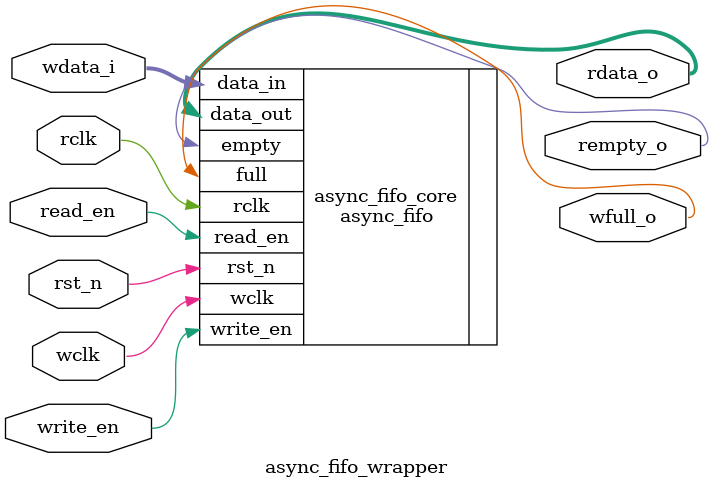
<source format=v>

module async_fifo_wrapper #(parameter DATA_LEN = 32,
                            parameter ADDR_LEN = 8) 
    (
    input                   wclk, rclk, rst_n, write_en, read_en,
    input  [DATA_LEN-1 : 0] wdata_i,

    output [DATA_LEN-1 : 0] rdata_o,
    output                  rempty_o ,wfull_o);


    async_fifo #(DATA_LEN, ADDR_LEN) 
        async_fifo_core(   
            .wclk(wclk), .rclk(rclk), .rst_n(rst_n), .write_en(write_en), .read_en(read_en),
            .data_in(wdata_i),

            .data_out(rdata_o),
            .empty(rempty_o), .full(wfull_o)
            );


    // /////////////////////////////////////////////////////////////////
    // // Using 7 series FPGAs PLL primitive for clock gen.
    // // CLKOUT0 = Fclkin * (CLKFBOUT_MULT / CLKOUT0_DIVIDE)
    // wire clkfbw, clkfbr;
    // // clk for write domain = 85MHz = 100*(17/20)
    // PLLE2_BASE
    //  #(.BANDWIDTH("OPTIMIZED"),
    //    .CLKFBOUT_MULT(17),
    //    .CLKIN1_PERIOD(10.0), //100MHz
    //    .CLKOUT0_DIVIDE(20),
    //    .DIVCLK_DIVIDE(1),
    //    .STARTUP_WAIT("FALSE"))
    // wclk_gen
    //  (.CLKOUT0(wclk),
    //   .CLKOUT1(),
    //   .CLKOUT2(),
    //   .CLKOUT3(),
    //   .CLKOUT4(),
    //   .CLKOUT5(),
    //   .CLKFBOUT(clkfbw),
    //   .LOCKED(),
    //   .CLKIN1(clk),
    //   .PWRDWN(1'b0),
    //   .RST(1'b0),
    //   .CLKFBIN(clkfbw));
    // // clk for read domain = 76MHz
    // PLLE2_BASE
    //  #(.BANDWIDTH("OPTIMIZED"),
    //    .CLKFBOUT_MULT(12),
    //    .CLKIN1_PERIOD(10.0), //100MHz
    //    .CLKOUT0_DIVIDE(20),
    //    .DIVCLK_DIVIDE(1),
    //    .STARTUP_WAIT("FALSE"))
    // rclk_gen
    //  (.CLKOUT0(rclk),
    //   .CLKOUT1(),
    //   .CLKOUT2(),
    //   .CLKOUT3(),
    //   .CLKOUT4(),
    //   .CLKOUT5(),
    //   .CLKFBOUT(clkfbr),
    //   .LOCKED(),
    //   .CLKIN1(clk),
    //   .PWRDWN(1'b0),
    //   .RST(1'b0),
    //   .CLKFBIN(clkfbr));
    // ////////////////////////////////////////////////////////////////
    
endmodule
</source>
